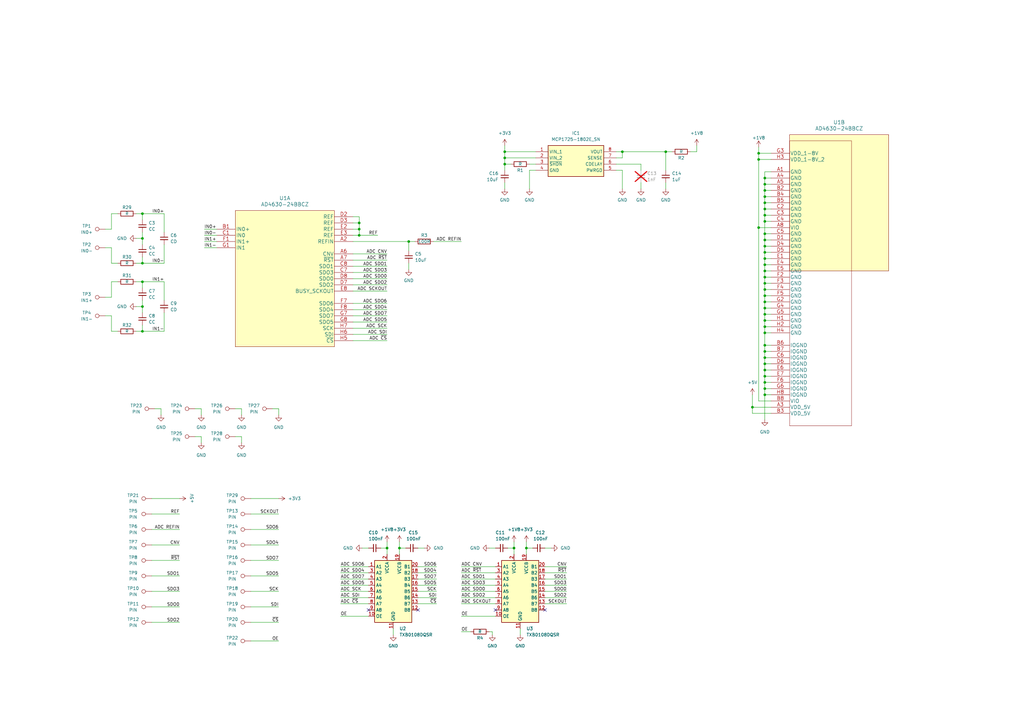
<source format=kicad_sch>
(kicad_sch (version 20231120) (generator "eeschema") (generator_version "8.0")
  (paper "A3")
  (junction (at 215.9 224.79))
  (junction (at 313.69 98.425))
  (junction (at 313.69 159.385))
  (junction (at 308.61 167.005))
  (junction (at 313.69 126.365))
  (junction (at 313.69 78.105))
  (junction (at 313.69 108.585))
  (junction (at 313.69 146.685))
  (junction (at 313.69 141.605))
  (junction (at 167.64 99.06))
  (junction (at 313.69 103.505))
  (junction (at 311.15 65.405))
  (junction (at 58.42 107.95))
  (junction (at 311.15 62.865))
  (junction (at 207.01 62.23))
  (junction (at 147.32 91.44))
  (junction (at 313.69 149.225))
  (junction (at 313.69 80.645))
  (junction (at 313.69 123.825))
  (junction (at 313.69 106.045))
  (junction (at 58.42 87.63))
  (junction (at 313.69 151.765))
  (junction (at 207.01 64.77))
  (junction (at 313.69 144.145))
  (junction (at 158.75 224.79))
  (junction (at 313.69 85.725))
  (junction (at 147.32 96.52))
  (junction (at 163.83 224.79))
  (junction (at 313.69 161.925))
  (junction (at 313.69 116.205))
  (junction (at 58.42 115.57))
  (junction (at 313.69 154.305))
  (junction (at 255.27 62.23))
  (junction (at 313.69 90.805))
  (junction (at 210.82 224.79))
  (junction (at 313.69 75.565))
  (junction (at 313.69 83.185))
  (junction (at 313.69 156.845))
  (junction (at 313.69 113.665))
  (junction (at 313.69 131.445))
  (junction (at 58.42 135.89))
  (junction (at 313.69 121.285))
  (junction (at 58.42 97.79))
  (junction (at 313.69 111.125))
  (junction (at 273.05 62.23))
  (junction (at 147.32 93.98))
  (junction (at 313.69 95.885))
  (junction (at 313.69 100.965))
  (junction (at 313.69 88.265))
  (junction (at 313.69 128.905))
  (junction (at 313.69 136.525))
  (junction (at 313.69 118.745))
  (junction (at 207.01 67.31))
  (junction (at 313.69 73.025))
  (junction (at 313.69 133.985))
  (junction (at 311.15 93.345))
  (junction (at 58.42 125.73))
  (no_connect (at 171.45 250.19))
  (no_connect (at 203.2 250.19))
  (no_connect (at 151.13 250.19))
  (no_connect (at 223.52 250.19))
  (wire (pts (xy 45.72 87.63) (xy 45.72 93.98)))
  (wire (pts (xy 43.18 129.54) (xy 45.72 129.54)))
  (wire (pts (xy 147.32 96.52) (xy 154.94 96.52)))
  (wire (pts (xy 45.72 115.57) (xy 45.72 121.92)))
  (wire (pts (xy 171.45 234.95) (xy 179.07 234.95)))
  (wire (pts (xy 147.32 93.98) (xy 147.32 96.52)))
  (wire (pts (xy 58.42 115.57) (xy 55.88 115.57)))
  (wire (pts (xy 67.31 95.25) (xy 67.31 87.63)))
  (wire (pts (xy 215.9 222.25) (xy 215.9 224.79)))
  (wire (pts (xy 80.01 167.64) (xy 82.55 167.64)))
  (wire (pts (xy 207.01 64.77) (xy 219.71 64.77)))
  (wire (pts (xy 313.69 141.605) (xy 316.23 141.605)))
  (wire (pts (xy 313.69 113.665) (xy 313.69 116.205)))
  (wire (pts (xy 83.82 101.6) (xy 88.9 101.6)))
  (wire (pts (xy 316.23 100.965) (xy 313.69 100.965)))
  (wire (pts (xy 223.52 242.57) (xy 232.41 242.57)))
  (wire (pts (xy 316.23 85.725) (xy 313.69 85.725)))
  (wire (pts (xy 189.23 259.08) (xy 193.04 259.08)))
  (wire (pts (xy 311.15 93.345) (xy 311.15 164.465)))
  (wire (pts (xy 210.82 224.79) (xy 210.82 227.33)))
  (wire (pts (xy 58.42 135.89) (xy 67.31 135.89)))
  (wire (pts (xy 313.69 159.385) (xy 313.69 156.845)))
  (wire (pts (xy 139.7 234.95) (xy 151.13 234.95)))
  (wire (pts (xy 58.42 123.19) (xy 58.42 125.73)))
  (wire (pts (xy 313.69 149.225) (xy 316.23 149.225)))
  (wire (pts (xy 158.75 224.79) (xy 158.75 227.33)))
  (wire (pts (xy 62.23 223.52) (xy 73.66 223.52)))
  (wire (pts (xy 316.23 131.445) (xy 313.69 131.445)))
  (wire (pts (xy 252.73 67.31) (xy 262.89 67.31)))
  (wire (pts (xy 102.87 229.87) (xy 114.3 229.87)))
  (wire (pts (xy 96.52 167.64) (xy 99.06 167.64)))
  (wire (pts (xy 316.23 111.125) (xy 313.69 111.125)))
  (wire (pts (xy 255.27 64.77) (xy 255.27 62.23)))
  (wire (pts (xy 201.93 259.08) (xy 201.93 260.35)))
  (wire (pts (xy 171.45 245.11) (xy 179.07 245.11)))
  (wire (pts (xy 217.17 67.31) (xy 219.71 67.31)))
  (wire (pts (xy 58.42 115.57) (xy 58.42 118.11)))
  (wire (pts (xy 82.55 167.64) (xy 82.55 170.18)))
  (wire (pts (xy 252.73 64.77) (xy 255.27 64.77)))
  (wire (pts (xy 313.69 73.025) (xy 313.69 75.565)))
  (wire (pts (xy 63.5 167.64) (xy 66.04 167.64)))
  (wire (pts (xy 144.78 91.44) (xy 147.32 91.44)))
  (wire (pts (xy 313.69 131.445) (xy 313.69 133.985)))
  (wire (pts (xy 313.69 98.425) (xy 313.69 100.965)))
  (wire (pts (xy 313.69 154.305) (xy 313.69 151.765)))
  (wire (pts (xy 83.82 99.06) (xy 88.9 99.06)))
  (wire (pts (xy 62.23 255.27) (xy 73.66 255.27)))
  (wire (pts (xy 313.69 103.505) (xy 313.69 106.045)))
  (wire (pts (xy 102.87 255.27) (xy 114.3 255.27)))
  (wire (pts (xy 316.23 98.425) (xy 313.69 98.425)))
  (wire (pts (xy 217.17 69.85) (xy 217.17 77.47)))
  (wire (pts (xy 223.52 245.11) (xy 232.41 245.11)))
  (wire (pts (xy 102.87 223.52) (xy 114.3 223.52)))
  (wire (pts (xy 139.7 245.11) (xy 151.13 245.11)))
  (wire (pts (xy 167.64 99.06) (xy 170.18 99.06)))
  (wire (pts (xy 45.72 129.54) (xy 45.72 135.89)))
  (wire (pts (xy 67.31 107.95) (xy 67.31 100.33)))
  (wire (pts (xy 171.45 237.49) (xy 179.07 237.49)))
  (wire (pts (xy 139.7 247.65) (xy 151.13 247.65)))
  (wire (pts (xy 66.04 167.64) (xy 66.04 170.18)))
  (wire (pts (xy 80.01 179.07) (xy 82.55 179.07)))
  (wire (pts (xy 102.87 262.89) (xy 114.3 262.89)))
  (wire (pts (xy 313.69 88.265) (xy 313.69 90.805)))
  (wire (pts (xy 316.23 93.345) (xy 311.15 93.345)))
  (wire (pts (xy 203.2 224.79) (xy 200.66 224.79)))
  (wire (pts (xy 144.78 129.54) (xy 158.75 129.54)))
  (wire (pts (xy 147.32 88.9) (xy 147.32 91.44)))
  (wire (pts (xy 144.78 134.62) (xy 158.75 134.62)))
  (wire (pts (xy 262.89 74.93) (xy 262.89 77.47)))
  (wire (pts (xy 308.61 167.005) (xy 316.23 167.005)))
  (wire (pts (xy 313.69 151.765) (xy 316.23 151.765)))
  (wire (pts (xy 102.87 242.57) (xy 114.3 242.57)))
  (wire (pts (xy 158.75 222.25) (xy 158.75 224.79)))
  (wire (pts (xy 313.69 78.105) (xy 313.69 80.645)))
  (wire (pts (xy 223.52 224.79) (xy 226.06 224.79)))
  (wire (pts (xy 316.23 95.885) (xy 313.69 95.885)))
  (wire (pts (xy 58.42 97.79) (xy 58.42 100.33)))
  (wire (pts (xy 67.31 87.63) (xy 58.42 87.63)))
  (wire (pts (xy 55.88 107.95) (xy 58.42 107.95)))
  (wire (pts (xy 43.18 101.6) (xy 45.72 101.6)))
  (wire (pts (xy 111.76 167.64) (xy 114.3 167.64)))
  (wire (pts (xy 102.87 204.47) (xy 114.3 204.47)))
  (wire (pts (xy 207.01 62.23) (xy 207.01 64.77)))
  (wire (pts (xy 313.69 144.145) (xy 313.69 141.605)))
  (wire (pts (xy 316.23 123.825) (xy 313.69 123.825)))
  (wire (pts (xy 210.82 222.25) (xy 210.82 224.79)))
  (wire (pts (xy 144.78 106.68) (xy 158.75 106.68)))
  (wire (pts (xy 139.7 252.73) (xy 151.13 252.73)))
  (wire (pts (xy 215.9 224.79) (xy 215.9 227.33)))
  (wire (pts (xy 58.42 87.63) (xy 55.88 87.63)))
  (wire (pts (xy 313.69 80.645) (xy 313.69 83.185)))
  (wire (pts (xy 144.78 93.98) (xy 147.32 93.98)))
  (wire (pts (xy 163.83 224.79) (xy 163.83 227.33)))
  (wire (pts (xy 308.61 161.925) (xy 308.61 167.005)))
  (wire (pts (xy 313.69 100.965) (xy 313.69 103.505)))
  (wire (pts (xy 96.52 179.07) (xy 99.06 179.07)))
  (wire (pts (xy 313.69 141.605) (xy 313.69 136.525)))
  (wire (pts (xy 215.9 224.79) (xy 218.44 224.79)))
  (wire (pts (xy 189.23 232.41) (xy 203.2 232.41)))
  (wire (pts (xy 144.78 119.38) (xy 158.75 119.38)))
  (wire (pts (xy 313.69 161.925) (xy 316.23 161.925)))
  (wire (pts (xy 189.23 252.73) (xy 203.2 252.73)))
  (wire (pts (xy 144.78 127) (xy 158.75 127)))
  (wire (pts (xy 139.7 242.57) (xy 151.13 242.57)))
  (wire (pts (xy 313.69 75.565) (xy 316.23 75.565)))
  (wire (pts (xy 313.69 85.725) (xy 313.69 88.265)))
  (wire (pts (xy 313.69 126.365) (xy 313.69 128.905)))
  (wire (pts (xy 83.82 93.98) (xy 88.9 93.98)))
  (wire (pts (xy 167.64 107.95) (xy 167.64 110.49)))
  (wire (pts (xy 313.69 106.045) (xy 313.69 108.585)))
  (wire (pts (xy 316.23 121.285) (xy 313.69 121.285)))
  (wire (pts (xy 144.78 116.84) (xy 158.75 116.84)))
  (wire (pts (xy 62.23 210.82) (xy 73.66 210.82)))
  (wire (pts (xy 316.23 116.205) (xy 313.69 116.205)))
  (wire (pts (xy 209.55 67.31) (xy 207.01 67.31)))
  (wire (pts (xy 313.69 123.825) (xy 313.69 126.365)))
  (wire (pts (xy 171.45 224.79) (xy 173.99 224.79)))
  (wire (pts (xy 313.69 75.565) (xy 313.69 78.105)))
  (wire (pts (xy 313.69 83.185) (xy 316.23 83.185)))
  (wire (pts (xy 207.01 59.69) (xy 207.01 62.23)))
  (wire (pts (xy 48.26 87.63) (xy 45.72 87.63)))
  (wire (pts (xy 62.23 248.92) (xy 73.66 248.92)))
  (wire (pts (xy 316.23 90.805) (xy 313.69 90.805)))
  (wire (pts (xy 55.88 125.73) (xy 58.42 125.73)))
  (wire (pts (xy 58.42 133.35) (xy 58.42 135.89)))
  (wire (pts (xy 311.15 65.405) (xy 311.15 62.865)))
  (wire (pts (xy 273.05 62.23) (xy 255.27 62.23)))
  (wire (pts (xy 313.69 133.985) (xy 313.69 136.525)))
  (wire (pts (xy 58.42 87.63) (xy 58.42 90.17)))
  (wire (pts (xy 62.23 236.22) (xy 73.66 236.22)))
  (wire (pts (xy 316.23 164.465) (xy 311.15 164.465)))
  (wire (pts (xy 102.87 210.82) (xy 114.3 210.82)))
  (wire (pts (xy 313.69 95.885) (xy 313.69 98.425)))
  (wire (pts (xy 217.17 69.85) (xy 219.71 69.85)))
  (wire (pts (xy 311.15 62.865) (xy 316.23 62.865)))
  (wire (pts (xy 144.78 132.08) (xy 158.75 132.08)))
  (wire (pts (xy 273.05 62.23) (xy 275.59 62.23)))
  (wire (pts (xy 189.23 242.57) (xy 203.2 242.57)))
  (wire (pts (xy 144.78 124.46) (xy 158.75 124.46)))
  (wire (pts (xy 67.31 123.19) (xy 67.31 115.57)))
  (wire (pts (xy 45.72 121.92) (xy 43.18 121.92)))
  (wire (pts (xy 62.23 242.57) (xy 73.66 242.57)))
  (wire (pts (xy 83.82 96.52) (xy 88.9 96.52)))
  (wire (pts (xy 273.05 74.93) (xy 273.05 77.47)))
  (wire (pts (xy 189.23 245.11) (xy 203.2 245.11)))
  (wire (pts (xy 45.72 93.98) (xy 43.18 93.98)))
  (wire (pts (xy 223.52 234.95) (xy 232.41 234.95)))
  (wire (pts (xy 189.23 234.95) (xy 203.2 234.95)))
  (wire (pts (xy 313.69 156.845) (xy 313.69 154.305)))
  (wire (pts (xy 189.23 99.06) (xy 177.8 99.06)))
  (wire (pts (xy 62.23 217.17) (xy 73.66 217.17)))
  (wire (pts (xy 313.69 151.765) (xy 313.69 149.225)))
  (wire (pts (xy 62.23 204.47) (xy 73.66 204.47)))
  (wire (pts (xy 316.23 106.045) (xy 313.69 106.045)))
  (wire (pts (xy 144.78 111.76) (xy 158.75 111.76)))
  (wire (pts (xy 313.69 121.285) (xy 313.69 123.825)))
  (wire (pts (xy 285.75 62.23) (xy 283.21 62.23)))
  (wire (pts (xy 207.01 67.31) (xy 207.01 69.85)))
  (wire (pts (xy 255.27 69.85) (xy 255.27 77.47)))
  (wire (pts (xy 144.78 104.14) (xy 158.75 104.14)))
  (wire (pts (xy 82.55 179.07) (xy 82.55 181.61)))
  (wire (pts (xy 316.23 65.405) (xy 311.15 65.405)))
  (wire (pts (xy 55.88 135.89) (xy 58.42 135.89)))
  (wire (pts (xy 67.31 115.57) (xy 58.42 115.57)))
  (wire (pts (xy 62.23 229.87) (xy 73.66 229.87)))
  (wire (pts (xy 200.66 259.08) (xy 201.93 259.08)))
  (wire (pts (xy 171.45 232.41) (xy 179.07 232.41)))
  (wire (pts (xy 223.52 237.49) (xy 232.41 237.49)))
  (wire (pts (xy 99.06 179.07) (xy 99.06 181.61)))
  (wire (pts (xy 139.7 232.41) (xy 151.13 232.41)))
  (wire (pts (xy 273.05 62.23) (xy 273.05 69.85)))
  (wire (pts (xy 147.32 96.52) (xy 144.78 96.52)))
  (wire (pts (xy 316.23 133.985) (xy 313.69 133.985)))
  (wire (pts (xy 316.23 118.745) (xy 313.69 118.745)))
  (wire (pts (xy 58.42 107.95) (xy 67.31 107.95)))
  (wire (pts (xy 144.78 139.7) (xy 158.75 139.7)))
  (wire (pts (xy 144.78 137.16) (xy 158.75 137.16)))
  (wire (pts (xy 313.69 128.905) (xy 313.69 131.445)))
  (wire (pts (xy 311.15 65.405) (xy 311.15 93.345)))
  (wire (pts (xy 144.78 99.06) (xy 167.64 99.06)))
  (wire (pts (xy 114.3 167.64) (xy 114.3 170.18)))
  (wire (pts (xy 316.23 108.585) (xy 313.69 108.585)))
  (wire (pts (xy 316.23 113.665) (xy 313.69 113.665)))
  (wire (pts (xy 313.69 70.485) (xy 313.69 73.025)))
  (wire (pts (xy 316.23 126.365) (xy 313.69 126.365)))
  (wire (pts (xy 151.13 224.79) (xy 148.59 224.79)))
  (wire (pts (xy 313.69 116.205) (xy 313.69 118.745)))
  (wire (pts (xy 144.78 114.3) (xy 158.75 114.3)))
  (wire (pts (xy 313.69 156.845) (xy 316.23 156.845)))
  (wire (pts (xy 313.69 108.585) (xy 313.69 111.125)))
  (wire (pts (xy 313.69 161.925) (xy 313.69 159.385)))
  (wire (pts (xy 313.69 80.645) (xy 316.23 80.645)))
  (wire (pts (xy 313.69 146.685) (xy 313.69 144.145)))
  (wire (pts (xy 167.64 99.06) (xy 167.64 102.87)))
  (wire (pts (xy 316.23 103.505) (xy 313.69 103.505)))
  (wire (pts (xy 45.72 101.6) (xy 45.72 107.95)))
  (wire (pts (xy 313.69 159.385) (xy 316.23 159.385)))
  (wire (pts (xy 189.23 237.49) (xy 203.2 237.49)))
  (wire (pts (xy 313.69 136.525) (xy 316.23 136.525)))
  (wire (pts (xy 67.31 135.89) (xy 67.31 128.27)))
  (wire (pts (xy 223.52 232.41) (xy 232.41 232.41)))
  (wire (pts (xy 210.82 224.79) (xy 208.28 224.79)))
  (wire (pts (xy 255.27 62.23) (xy 252.73 62.23)))
  (wire (pts (xy 161.29 257.81) (xy 161.29 260.35)))
  (wire (pts (xy 316.23 128.905) (xy 313.69 128.905)))
  (wire (pts (xy 58.42 105.41) (xy 58.42 107.95)))
  (wire (pts (xy 189.23 247.65) (xy 203.2 247.65)))
  (wire (pts (xy 313.69 146.685) (xy 316.23 146.685)))
  (wire (pts (xy 139.7 240.03) (xy 151.13 240.03)))
  (wire (pts (xy 163.83 222.25) (xy 163.83 224.79)))
  (wire (pts (xy 313.69 154.305) (xy 316.23 154.305)))
  (wire (pts (xy 58.42 125.73) (xy 58.42 128.27)))
  (wire (pts (xy 313.69 172.085) (xy 313.69 161.925)))
  (wire (pts (xy 207.01 67.31) (xy 207.01 64.77)))
  (wire (pts (xy 313.69 118.745) (xy 313.69 121.285)))
  (wire (pts (xy 313.69 73.025) (xy 316.23 73.025)))
  (wire (pts (xy 262.89 67.31) (xy 262.89 69.85)))
  (wire (pts (xy 255.27 69.85) (xy 252.73 69.85)))
  (wire (pts (xy 171.45 240.03) (xy 179.07 240.03)))
  (wire (pts (xy 139.7 237.49) (xy 151.13 237.49)))
  (wire (pts (xy 189.23 240.03) (xy 203.2 240.03)))
  (wire (pts (xy 55.88 97.79) (xy 58.42 97.79)))
  (wire (pts (xy 313.69 78.105) (xy 316.23 78.105)))
  (wire (pts (xy 45.72 107.95) (xy 48.26 107.95)))
  (wire (pts (xy 144.78 88.9) (xy 147.32 88.9)))
  (wire (pts (xy 171.45 242.57) (xy 179.07 242.57)))
  (wire (pts (xy 313.69 144.145) (xy 316.23 144.145)))
  (wire (pts (xy 219.71 62.23) (xy 207.01 62.23)))
  (wire (pts (xy 163.83 224.79) (xy 166.37 224.79)))
  (wire (pts (xy 45.72 135.89) (xy 48.26 135.89)))
  (wire (pts (xy 102.87 248.92) (xy 114.3 248.92)))
  (wire (pts (xy 99.06 167.64) (xy 99.06 170.18)))
  (wire (pts (xy 223.52 240.03) (xy 232.41 240.03)))
  (wire (pts (xy 285.75 59.69) (xy 285.75 62.23)))
  (wire (pts (xy 313.69 149.225) (xy 313.69 146.685)))
  (wire (pts (xy 313.69 111.125) (xy 313.69 113.665)))
  (wire (pts (xy 311.15 60.325) (xy 311.15 62.865)))
  (wire (pts (xy 147.32 91.44) (xy 147.32 93.98)))
  (wire (pts (xy 316.23 88.265) (xy 313.69 88.265)))
  (wire (pts (xy 102.87 217.17) (xy 114.3 217.17)))
  (wire (pts (xy 313.69 83.185) (xy 313.69 85.725)))
  (wire (pts (xy 313.69 90.805) (xy 313.69 95.885)))
  (wire (pts (xy 223.52 247.65) (xy 232.41 247.65)))
  (wire (pts (xy 171.45 247.65) (xy 179.07 247.65)))
  (wire (pts (xy 207.01 74.93) (xy 207.01 77.47)))
  (wire (pts (xy 308.61 169.545) (xy 308.61 167.005)))
  (wire (pts (xy 144.78 109.22) (xy 158.75 109.22)))
  (wire (pts (xy 58.42 95.25) (xy 58.42 97.79)))
  (wire (pts (xy 158.75 224.79) (xy 156.21 224.79)))
  (wire (pts (xy 316.23 169.545) (xy 308.61 169.545)))
  (wire (pts (xy 213.36 257.81) (xy 213.36 260.35)))
  (wire (pts (xy 102.87 236.22) (xy 114.3 236.22)))
  (wire (pts (xy 48.26 115.57) (xy 45.72 115.57)))
  (wire (pts (xy 316.23 70.485) (xy 313.69 70.485)))
  (label "SDO5" (at 179.07 240.03 180))
  (label "ADC SDO0" (at 158.75 114.3 180))
  (label "IN1+" (at 67.31 115.57 180))
  (label "ADC REFIN" (at 73.66 217.17 180))
  (label "ADC SDO6" (at 139.7 232.41 0))
  (label "ADC SDI" (at 158.75 137.16 180))
  (label "OE" (at 189.23 259.08 0))
  (label "OE" (at 139.7 252.73 0))
  (label "IN1-" (at 67.31 135.89 180))
  (label "CNV" (at 232.41 232.41 180))
  (label "ADC SDO0" (at 189.23 242.57 0))
  (label "ADC SDO4" (at 139.7 234.95 0))
  (label "ADC SDO7" (at 158.75 129.54 180))
  (label "ADC SDI" (at 139.7 245.11 0))
  (label "ADC SDO5" (at 158.75 132.08 180))
  (label "ADC ~{RST}" (at 158.75 106.68 180))
  (label "SDO0" (at 73.66 248.92 180))
  (label "SDO7" (at 179.07 237.49 180))
  (label "CNV" (at 73.66 223.52 180))
  (label "IN0-" (at 83.82 96.52 0))
  (label "ADC SDO5" (at 139.7 240.03 0))
  (label "ADC SDO7" (at 139.7 237.49 0))
  (label "OE" (at 189.23 252.73 0))
  (label "SDO6" (at 179.07 232.41 180))
  (label "SDO4" (at 114.3 223.52 180))
  (label "SCKOUT" (at 114.3 210.82 180))
  (label "IN0-" (at 67.31 107.95 180))
  (label "IN1-" (at 83.82 101.6 0))
  (label "ADC SDO2" (at 158.75 116.84 180))
  (label "SCKOUT" (at 232.41 247.65 180))
  (label "ADC SDO2" (at 189.23 245.11 0))
  (label "REF" (at 154.94 96.52 180))
  (label "ADC ~{CS}" (at 139.7 247.65 0))
  (label "SDO5" (at 114.3 236.22 180))
  (label "SDO6" (at 114.3 217.17 180))
  (label "ADC SDO6" (at 158.75 124.46 180))
  (label "ADC CNV" (at 189.23 232.41 0))
  (label "IN1+" (at 83.82 99.06 0))
  (label "SDI" (at 114.3 248.92 180))
  (label "~{RST}" (at 232.41 234.95 180))
  (label "SDO1" (at 73.66 236.22 180))
  (label "OE" (at 114.3 262.89 180))
  (label "ADC SCKOUT" (at 189.23 247.65 0))
  (label "ADC SCK" (at 158.75 134.62 180))
  (label "~{RST}" (at 73.66 229.87 180))
  (label "SDO3" (at 232.41 240.03 180))
  (label "ADC CNV" (at 158.75 104.14 180))
  (label "SDO3" (at 73.66 242.57 180))
  (label "ADC SCK" (at 139.7 242.57 0))
  (label "SCK" (at 179.07 242.57 180))
  (label "~{CS}" (at 114.3 255.27 180))
  (label "ADC SDO3" (at 158.75 111.76 180))
  (label "ADC SDO1" (at 158.75 109.22 180))
  (label "SDO1" (at 232.41 237.49 180))
  (label "IN0+" (at 67.31 87.63 180))
  (label "ADC SDO3" (at 189.23 240.03 0))
  (label "REF" (at 73.66 210.82 180))
  (label "SDO2" (at 232.41 245.11 180))
  (label "ADC SCKOUT" (at 158.75 119.38 180))
  (label "ADC ~{CS}" (at 158.75 139.7 180))
  (label "~{CS}" (at 179.07 247.65 180))
  (label "SDI" (at 179.07 245.11 180))
  (label "SDO2" (at 73.66 255.27 180))
  (label "ADC SDO1" (at 189.23 237.49 0))
  (label "ADC SDO4" (at 158.75 127 180))
  (label "ADC REFIN" (at 189.23 99.06 180))
  (label "ADC ~{RST}" (at 189.23 234.95 0))
  (label "IN0+" (at 83.82 93.98 0))
  (label "SDO4" (at 179.07 234.95 180))
  (label "SDO7" (at 114.3 229.87 180))
  (label "SDO0" (at 232.41 242.57 180))
  (label "SCK" (at 114.3 242.57 180))
  (symbol (lib_id "power:GND") (at 167.64 110.49 0) (unit 1)
    (property "Reference" "#PWR013" (effects (hide yes)))
    (property "Value" "GND" (at 167.64 115.0525 0))
  )
  (symbol (lib_id "Connector:TestPoint") (at 62.23 210.82 90) (unit 1)
    (property "Reference" "TP5" (at 54.61 209.55 90))
    (property "Value" "PIN" (at 54.61 212.09 90))
    (property "Footprint" "TestPoint:TestPoint_Pad_2.0x2.0mm" (effects (hide yes)))
  )
  (symbol (lib_id "Connector:TestPoint") (at 43.18 129.54 90) (unit 1)
    (property "Reference" "TP4" (at 35.56 128.27 90))
    (property "Value" "IN1-" (at 35.56 130.81 90))
    (property "Footprint" "TestPoint:TestPoint_Pad_2.0x2.0mm" (effects (hide yes)))
  )
  (symbol (lib_id "Connector:TestPoint") (at 111.76 167.64 90) (unit 1)
    (property "Reference" "TP27" (at 104.14 166.37 90))
    (property "Value" "PIN" (at 104.14 168.91 90))
    (property "Footprint" "TestPoint:TestPoint_Pad_2.0x2.0mm" (effects (hide yes)))
  )
  (symbol (lib_id "power:+5V") (at 73.66 204.47 270) (unit 1)
    (property "Reference" "#PWR01" (effects (hide yes)))
    (property "Value" "+5V" (at 78.74 204.47 0))
  )
  (symbol (lib_id "Device:C_Small") (at 205.74 224.79 270) (mirror x) (unit 1)
    (property "Reference" "C11" (at 203.2 218.44 90) (effects (justify left)))
    (property "Value" "100nF" (at 203.2 220.98 90) (effects (justify left)))
    (property "Footprint" "Resistor_SMD:R_0603_1608Metric_Pad0.98x0.95mm_HandSolder" (effects (hide yes)))
  )
  (symbol (lib_id "Device:R") (at 279.4 62.23 90) (unit 1)
    (property "Reference" "R2" (at 279.4 64.77 90))
    (property "Value" "R" (at 279.4 62.23 90))
    (property "Footprint" "Resistor_SMD:R_0603_1608Metric_Pad0.98x0.95mm_HandSolder" (effects (hide yes)))
  )
  (symbol (lib_id "Device:C_Small") (at 168.91 224.79 90) (unit 1)
    (property "Reference" "C15" (at 171.45 218.44 90) (effects (justify left)))
    (property "Value" "100nF" (at 172.72 220.98 90) (effects (justify left)))
    (property "Footprint" "Resistor_SMD:R_0603_1608Metric_Pad0.98x0.95mm_HandSolder" (effects (hide yes)))
  )
  (symbol (lib_id "power:GND") (at 262.89 77.47 0) (unit 1)
    (property "Reference" "#PWR020" (effects (hide yes)))
    (property "Value" "GND" (at 262.89 82.0325 0))
  )
  (symbol (lib_id "power:GND") (at 217.17 77.47 0) (unit 1)
    (property "Reference" "#PWR018" (effects (hide yes)))
    (property "Value" "GND" (at 217.17 82.0325 0))
  )
  (symbol (lib_id "Device:C_Small") (at 58.42 130.81 0) (unit 1)
    (property "Reference" "C8" (at 60.96 129.54 0) (effects (justify left)))
    (property "Value" "CC" (at 60.96 132.08 0) (effects (justify left)))
    (property "Footprint" "Resistor_SMD:R_0603_1608Metric_Pad0.98x0.95mm_HandSolder" (effects (hide yes)))
  )
  (symbol (lib_id "Connector:TestPoint") (at 96.52 179.07 90) (unit 1)
    (property "Reference" "TP28" (at 88.9 177.8 90))
    (property "Value" "PIN" (at 88.9 180.34 90))
    (property "Footprint" "TestPoint:TestPoint_Pad_2.0x2.0mm" (effects (hide yes)))
  )
  (symbol (lib_id "Connector:TestPoint") (at 102.87 217.17 90) (unit 1)
    (property "Reference" "TP14" (at 95.25 215.9 90))
    (property "Value" "PIN" (at 95.25 218.44 90))
    (property "Footprint" "TestPoint:TestPoint_Pad_2.0x2.0mm" (effects (hide yes)))
  )
  (symbol (lib_id "Device:C_Small") (at 167.64 105.41 0) (unit 1)
    (property "Reference" "C5" (at 170.18 104.14 0) (effects (justify left)))
    (property "Value" "10uF" (at 170.18 106.68 0) (effects (justify left)))
    (property "Footprint" "Capacitor_SMD:C_1812_4532Metric_Pad1.57x3.40mm_HandSolder" (effects (hide yes)))
  )
  (symbol (lib_id "Device:R") (at 213.36 67.31 90) (unit 1)
    (property "Reference" "R1" (at 213.36 69.85 90))
    (property "Value" "R" (at 213.36 67.31 90))
    (property "Footprint" "Resistor_SMD:R_0603_1608Metric_Pad0.98x0.95mm_HandSolder" (effects (hide yes)))
  )
  (symbol (lib_id "Connector:TestPoint") (at 62.23 223.52 90) (unit 1)
    (property "Reference" "TP7" (at 54.61 222.25 90))
    (property "Value" "PIN" (at 54.61 224.79 90))
    (property "Footprint" "TestPoint:TestPoint_Pad_2.0x2.0mm" (effects (hide yes)))
  )
  (symbol (lib_id "power:+3V3") (at 215.9 222.25 0) (unit 1)
    (property "Reference" "#PWR015" (effects (hide yes)))
    (property "Value" "+3V3" (at 215.9 217.17 0))
  )
  (symbol (lib_id "Device:C_Small") (at 58.42 120.65 0) (unit 1)
    (property "Reference" "C7" (at 60.96 119.38 0) (effects (justify left)))
    (property "Value" "CC" (at 60.96 121.92 0) (effects (justify left)))
    (property "Footprint" "Resistor_SMD:R_0603_1608Metric_Pad0.98x0.95mm_HandSolder" (effects (hide yes)))
  )
  (symbol (lib_id "Device:R") (at 52.07 135.89 90) (unit 1)
    (property "Reference" "R32" (at 52.07 133.35 90))
    (property "Value" "R" (at 52.07 135.89 90))
    (property "Footprint" "Resistor_SMD:R_0603_1608Metric_Pad0.98x0.95mm_HandSolder" (effects (hide yes)))
  )
  (symbol (lib_name "GND_1") (lib_id "power:GND") (at 82.55 170.18 0) (unit 1)
    (property "Reference" "#PWR04" (effects (hide yes)))
    (property "Value" "GND" (at 82.55 175.26 0))
  )
  (symbol (lib_id "power:+3V3") (at 207.01 59.69 0) (unit 1)
    (property "Reference" "#PWR023" (effects (hide yes)))
    (property "Value" "+3V3" (at 207.01 54.61 0))
  )
  (symbol (lib_id "Connector:TestPoint") (at 102.87 229.87 90) (unit 1)
    (property "Reference" "TP16" (at 95.25 228.6 90))
    (property "Value" "PIN" (at 95.25 231.14 90))
    (property "Footprint" "TestPoint:TestPoint_Pad_2.0x2.0mm" (effects (hide yes)))
  )
  (symbol (lib_id "power:+5V") (at 308.61 161.925 0) (unit 1)
    (property "Reference" "#PWR0102" (effects (hide yes)))
    (property "Value" "+5V" (at 308.61 156.845 0))
  )
  (symbol (lib_id "power:GND") (at 207.01 77.47 0) (mirror y) (unit 1)
    (property "Reference" "#PWR022" (effects (hide yes)))
    (property "Value" "GND" (at 207.01 82.0325 0))
  )
  (symbol (lib_id "Device:R") (at 52.07 87.63 90) (unit 1)
    (property "Reference" "R29" (at 52.07 85.09 90))
    (property "Value" "R" (at 52.07 87.63 90))
    (property "Footprint" "Resistor_SMD:R_0603_1608Metric_Pad0.98x0.95mm_HandSolder" (effects (hide yes)))
  )
  (symbol (lib_id "Connector:TestPoint") (at 62.23 242.57 90) (unit 1)
    (property "Reference" "TP10" (at 54.61 241.3 90))
    (property "Value" "PIN" (at 54.61 243.84 90))
    (property "Footprint" "TestPoint:TestPoint_Pad_2.0x2.0mm" (effects (hide yes)))
  )
  (symbol (lib_id "Device:R") (at 52.07 107.95 90) (unit 1)
    (property "Reference" "R30" (at 52.07 105.41 90))
    (property "Value" "R" (at 52.07 107.95 90))
    (property "Footprint" "Resistor_SMD:R_0603_1608Metric_Pad0.98x0.95mm_HandSolder" (effects (hide yes)))
  )
  (symbol (lib_id "Connector:TestPoint") (at 43.18 101.6 90) (unit 1)
    (property "Reference" "TP2" (at 35.56 100.33 90))
    (property "Value" "IN0-" (at 35.56 102.87 90))
    (property "Footprint" "TestPoint:TestPoint_Pad_2.0x2.0mm" (effects (hide yes)))
  )
  (symbol (lib_name "GND_1") (lib_id "power:GND") (at 114.3 170.18 0) (unit 1)
    (property "Reference" "#PWR027" (effects (hide yes)))
    (property "Value" "GND" (at 114.3 175.26 0))
  )
  (symbol (lib_id "Connector:TestPoint") (at 62.23 217.17 90) (unit 1)
    (property "Reference" "TP6" (at 54.61 215.9 90))
    (property "Value" "PIN" (at 54.61 218.44 90))
    (property "Footprint" "TestPoint:TestPoint_Pad_2.0x2.0mm" (effects (hide yes)))
  )
  (symbol (lib_id "Device:C_Small") (at 273.05 72.39 0) (unit 1)
    (property "Reference" "C14" (at 275.59 71.12 0) (effects (justify left)))
    (property "Value" "1uF" (at 275.59 73.66 0) (effects (justify left)))
    (property "Footprint" "Resistor_SMD:R_0603_1608Metric_Pad0.98x0.95mm_HandSolder" (effects (hide yes)))
  )
  (symbol (lib_id "Connector:TestPoint") (at 62.23 236.22 90) (unit 1)
    (property "Reference" "TP9" (at 54.61 234.95 90))
    (property "Value" "PIN" (at 54.61 237.49 90))
    (property "Footprint" "TestPoint:TestPoint_Pad_2.0x2.0mm" (effects (hide yes)))
  )
  (symbol (lib_id "Device:C_Small") (at 67.31 97.79 0) (unit 1)
    (property "Reference" "C6" (at 69.85 96.52 0) (effects (justify left)))
    (property "Value" "CD" (at 69.85 99.06 0) (effects (justify left)))
    (property "Footprint" "Resistor_SMD:R_0603_1608Metric_Pad0.98x0.95mm_HandSolder" (effects (hide yes)))
  )
  (symbol (lib_id "power:GND") (at 173.99 224.79 90) (unit 1)
    (property "Reference" "#PWR011" (effects (hide yes)))
    (property "Value" "GND" (at 177.8 224.79 90) (effects (justify right)))
  )
  (symbol (lib_id "Connector:TestPoint") (at 102.87 242.57 90) (unit 1)
    (property "Reference" "TP18" (at 95.25 241.3 90))
    (property "Value" "PIN" (at 95.25 243.84 90))
    (property "Footprint" "TestPoint:TestPoint_Pad_2.0x2.0mm" (effects (hide yes)))
  )
  (symbol (lib_id "power:GND") (at 273.05 77.47 0) (unit 1)
    (property "Reference" "#PWR019" (effects (hide yes)))
    (property "Value" "GND" (at 273.05 82.0325 0))
  )
  (symbol (lib_id "Device:C_Small") (at 67.31 125.73 0) (unit 1)
    (property "Reference" "C9" (at 69.85 124.46 0) (effects (justify left)))
    (property "Value" "CD" (at 69.85 127 0) (effects (justify left)))
    (property "Footprint" "Resistor_SMD:R_0603_1608Metric_Pad0.98x0.95mm_HandSolder" (effects (hide yes)))
  )
  (symbol (lib_id "Connector:TestPoint") (at 102.87 262.89 90) (unit 1)
    (property "Reference" "TP22" (at 95.25 261.62 90))
    (property "Value" "PIN" (at 95.25 264.16 90))
    (property "Footprint" "TestPoint:TestPoint_Pad_2.0x2.0mm" (effects (hide yes)))
  )
  (symbol (lib_id "power:+1V8") (at 311.15 60.325 0) (unit 1)
    (property "Reference" "#PWR0101" (effects (hide yes)))
    (property "Value" "+1V8" (at 311.15 56.515 0))
  )
  (symbol (lib_id "Connector:TestPoint") (at 102.87 210.82 90) (unit 1)
    (property "Reference" "TP13" (at 95.25 209.55 90))
    (property "Value" "PIN" (at 95.25 212.09 90))
    (property "Footprint" "TestPoint:TestPoint_Pad_2.0x2.0mm" (effects (hide yes)))
  )
  (symbol (lib_id "Logic_LevelTranslator:TXB0108DQSR") (at 213.36 242.57 0) (unit 1)
    (property "Reference" "U3" (at 215.9 257.81 0) (effects (justify left)))
    (property "Value" "TXB0108DQSR" (at 215.9 260.35 0) (effects (justify left)))
    (property "Footprint" "TXB0108PWR:SOP65P640X120-20N" (effects (hide yes)))
    (property "Datasheet" "http://www.ti.com/lit/ds/symlink/txb0108.pdf" (effects (hide yes)))
  )
  (symbol (lib_id "Logic_LevelTranslator:TXB0108DQSR") (at 161.29 242.57 0) (unit 1)
    (property "Reference" "U2" (at 163.83 257.81 0) (effects (justify left)))
    (property "Value" "TXB0108DQSR" (at 163.83 260.35 0) (effects (justify left)))
    (property "Footprint" "TXB0108PWR:SOP65P640X120-20N" (effects (hide yes)))
    (property "Datasheet" "http://www.ti.com/lit/ds/symlink/txb0108.pdf" (effects (hide yes)))
  )
  (symbol (lib_id "power:GND") (at 148.59 224.79 270) (mirror x) (unit 1)
    (property "Reference" "#PWR09" (effects (hide yes)))
    (property "Value" "GND" (at 144.78 224.79 90) (effects (justify right)))
  )
  (symbol (lib_id "Connector:TestPoint") (at 62.23 255.27 90) (unit 1)
    (property "Reference" "TP12" (at 54.61 254 90))
    (property "Value" "PIN" (at 54.61 256.54 90))
    (property "Footprint" "TestPoint:TestPoint_Pad_2.0x2.0mm" (effects (hide yes)))
  )
  (symbol (lib_id "power:GND") (at 200.66 224.79 270) (mirror x) (unit 1)
    (property "Reference" "#PWR010" (effects (hide yes)))
    (property "Value" "GND" (at 196.85 224.79 90) (effects (justify right)))
  )
  (symbol (lib_id "power:GND") (at 201.93 260.35 0) (unit 1)
    (property "Reference" "#PWR02" (effects (hide yes)))
    (property "Value" "GND" (at 201.93 264.9125 0))
  )
  (symbol (lib_id "Connector:TestPoint") (at 80.01 179.07 90) (unit 1)
    (property "Reference" "TP25" (at 72.39 177.8 90))
    (property "Value" "PIN" (at 72.39 180.34 90))
    (property "Footprint" "TestPoint:TestPoint_Pad_2.0x2.0mm" (effects (hide yes)))
  )
  (symbol (lib_id "Connector:TestPoint") (at 63.5 167.64 90) (unit 1)
    (property "Reference" "TP23" (at 55.88 166.37 90))
    (property "Value" "PIN" (at 55.88 168.91 90))
    (property "Footprint" "TestPoint:TestPoint_Pad_2.0x2.0mm" (effects (hide yes)))
  )
  (symbol (lib_id "Device:C_Small") (at 207.01 72.39 0) (mirror y) (unit 1)
    (property "Reference" "C16" (at 204.47 71.12 0) (effects (justify left)))
    (property "Value" "10uF" (at 204.47 73.66 0) (effects (justify left)))
    (property "Footprint" "Resistor_SMD:R_1206_3216Metric_Pad1.30x1.75mm_HandSolder" (effects (hide yes)))
  )
  (symbol (lib_name "AD4630-24BBCZ_1") (lib_id "2022-11-05_15-10-10:AD4630-24BBCZ") (at 88.9 93.98 0) (unit 1)
    (property "Reference" "U1" (at 116.84 81.28 0) (effects (font (size 1.524 1.524))))
    (property "Value" "AD4630-24BBCZ" (at 116.84 83.82 0) (effects (font (size 1.524 1.524))))
    (property "Footprint" "AD4630:AD4630-24BBCZ" (effects (hide yes)))
  )
  (symbol (lib_id "Connector:TestPoint") (at 102.87 248.92 90) (unit 1)
    (property "Reference" "TP19" (at 95.25 247.65 90))
    (property "Value" "PIN" (at 95.25 250.19 90))
    (property "Footprint" "TestPoint:TestPoint_Pad_2.0x2.0mm" (effects (hide yes)))
  )
  (symbol (lib_id "Device:C_Small") (at 220.98 224.79 90) (unit 1)
    (property "Reference" "C12" (at 223.52 218.44 90) (effects (justify left)))
    (property "Value" "100nF" (at 224.79 220.98 90) (effects (justify left)))
    (property "Footprint" "Resistor_SMD:R_0603_1608Metric_Pad0.98x0.95mm_HandSolder" (effects (hide yes)))
  )
  (symbol (lib_id "power:GND") (at 313.69 172.085 0) (unit 1)
    (property "Reference" "#PWR0103" (effects (hide yes)))
    (property "Value" "GND" (at 313.69 177.165 0))
  )
  (symbol (lib_id "power:GND") (at 213.36 260.35 0) (unit 1)
    (property "Reference" "#PWR017" (effects (hide yes)))
    (property "Value" "GND" (at 213.36 264.9125 0))
  )
  (symbol (lib_id "Connector:TestPoint") (at 80.01 167.64 90) (unit 1)
    (property "Reference" "TP24" (at 72.39 166.37 90))
    (property "Value" "PIN" (at 72.39 168.91 90))
    (property "Footprint" "TestPoint:TestPoint_Pad_2.0x2.0mm" (effects (hide yes)))
  )
  (symbol (lib_id "Connector:TestPoint") (at 62.23 248.92 90) (unit 1)
    (property "Reference" "TP11" (at 54.61 247.65 90))
    (property "Value" "PIN" (at 54.61 250.19 90))
    (property "Footprint" "TestPoint:TestPoint_Pad_2.0x2.0mm" (effects (hide yes)))
  )
  (symbol (lib_id "Connector:TestPoint") (at 102.87 255.27 90) (unit 1)
    (property "Reference" "TP20" (at 95.25 254 90))
    (property "Value" "PIN" (at 95.25 256.54 90))
    (property "Footprint" "TestPoint:TestPoint_Pad_2.0x2.0mm" (effects (hide yes)))
  )
  (symbol (lib_id "power:GND") (at 161.29 260.35 0) (unit 1)
    (property "Reference" "#PWR06" (effects (hide yes)))
    (property "Value" "GND" (at 161.29 264.9125 0))
  )
  (symbol (lib_id "Device:C_Small") (at 262.89 72.39 0) (unit 1) (dnp yes)
    (property "Reference" "C13" (at 265.43 71.12 0) (effects (justify left)))
    (property "Value" "1nF" (at 265.43 73.66 0) (effects (justify left)))
    (property "Footprint" "Resistor_SMD:R_0603_1608Metric_Pad0.98x0.95mm_HandSolder" (effects (hide yes)))
  )
  (symbol (lib_id "power:GND") (at 255.27 77.47 0) (unit 1)
    (property "Reference" "#PWR021" (effects (hide yes)))
    (property "Value" "GND" (at 255.27 82.0325 0))
  )
  (symbol (lib_id "power:+3V3") (at 163.83 222.25 0) (unit 1)
    (property "Reference" "#PWR05" (effects (hide yes)))
    (property "Value" "+3V3" (at 163.83 217.17 0))
  )
  (symbol (lib_id "Connector:TestPoint") (at 62.23 229.87 90) (unit 1)
    (property "Reference" "TP8" (at 54.61 228.6 90))
    (property "Value" "PIN" (at 54.61 231.14 90))
    (property "Footprint" "TestPoint:TestPoint_Pad_2.0x2.0mm" (effects (hide yes)))
  )
  (symbol (lib_id "Device:C_Small") (at 58.42 102.87 0) (unit 1)
    (property "Reference" "C4" (at 60.96 101.6 0) (effects (justify left)))
    (property "Value" "CC" (at 60.96 104.14 0) (effects (justify left)))
    (property "Footprint" "Resistor_SMD:R_0603_1608Metric_Pad0.98x0.95mm_HandSolder" (effects (hide yes)))
  )
  (symbol (lib_id "Connector:TestPoint") (at 43.18 121.92 90) (unit 1)
    (property "Reference" "TP3" (at 35.56 120.65 90))
    (property "Value" "IN1+" (at 35.56 123.19 90))
    (property "Footprint" "TestPoint:TestPoint_Pad_2.0x2.0mm" (effects (hide yes)))
  )
  (symbol (lib_name "+1V8_1") (lib_id "power:+1V8") (at 210.82 222.25 0) (unit 1)
    (property "Reference" "#PWR014" (effects (hide yes)))
    (property "Value" "+1V8" (at 210.82 217.17 0))
  )
  (symbol (lib_id "Connector:TestPoint") (at 102.87 204.47 90) (unit 1)
    (property "Reference" "TP29" (at 95.25 203.2 90))
    (property "Value" "PIN" (at 95.25 205.74 90))
    (property "Footprint" "TestPoint:TestPoint_Pad_2.0x2.0mm" (effects (hide yes)))
  )
  (symbol (lib_id "Device:R") (at 173.99 99.06 90) (mirror x) (unit 1)
    (property "Reference" "R3" (at 173.99 96.52 90))
    (property "Value" "100R" (at 173.99 99.06 90))
    (property "Footprint" "Resistor_SMD:R_0603_1608Metric_Pad0.98x0.95mm_HandSolder" (effects (hide yes)))
  )
  (symbol (lib_id "power:GND") (at 226.06 224.79 90) (unit 1)
    (property "Reference" "#PWR016" (effects (hide yes)))
    (property "Value" "GND" (at 229.87 224.79 90) (effects (justify right)))
  )
  (symbol (lib_id "Device:R") (at 52.07 115.57 90) (unit 1)
    (property "Reference" "R31" (at 52.07 113.03 90))
    (property "Value" "R" (at 52.07 115.57 90))
    (property "Footprint" "Resistor_SMD:R_0603_1608Metric_Pad0.98x0.95mm_HandSolder" (effects (hide yes)))
  )
  (symbol (lib_name "GND_1") (lib_id "power:GND") (at 99.06 170.18 0) (unit 1)
    (property "Reference" "#PWR026" (effects (hide yes)))
    (property "Value" "GND" (at 99.06 175.26 0))
  )
  (symbol (lib_id "power:+3V3") (at 114.3 204.47 270) (unit 1)
    (property "Reference" "#PWR029" (effects (hide yes)))
    (property "Value" "+3V3" (at 118.11 204.47 90) (effects (justify left)))
  )
  (symbol (lib_id "Connector:TestPoint") (at 102.87 223.52 90) (unit 1)
    (property "Reference" "TP15" (at 95.25 222.25 90))
    (property "Value" "PIN" (at 95.25 224.79 90))
    (property "Footprint" "TestPoint:TestPoint_Pad_2.0x2.0mm" (effects (hide yes)))
  )
  (symbol (lib_name "GND_1") (lib_id "power:GND") (at 82.55 181.61 0) (unit 1)
    (property "Reference" "#PWR025" (effects (hide yes)))
    (property "Value" "GND" (at 82.55 186.69 0))
  )
  (symbol (lib_id "Connector:TestPoint") (at 62.23 204.47 90) (unit 1)
    (property "Reference" "TP21" (at 54.61 203.2 90))
    (property "Value" "PIN" (at 54.61 205.74 90))
    (property "Footprint" "TestPoint:TestPoint_Pad_2.0x2.0mm" (effects (hide yes)))
  )
  (symbol (lib_id "Connector:TestPoint") (at 96.52 167.64 90) (unit 1)
    (property "Reference" "TP26" (at 88.9 166.37 90))
    (property "Value" "PIN" (at 88.9 168.91 90))
    (property "Footprint" "TestPoint:TestPoint_Pad_2.0x2.0mm" (effects (hide yes)))
  )
  (symbol (lib_id "power:GND") (at 55.88 125.73 270) (unit 1)
    (property "Reference" "#PWR012" (effects (hide yes)))
    (property "Value" "GND" (at 52.07 125.73 90) (effects (justify right)))
  )
  (symbol (lib_id "Device:C_Small") (at 153.67 224.79 270) (mirror x) (unit 1)
    (property "Reference" "C10" (at 151.13 218.44 90) (effects (justify left)))
    (property "Value" "100nF" (at 151.13 220.98 90) (effects (justify left)))
    (property "Footprint" "Resistor_SMD:R_0603_1608Metric_Pad0.98x0.95mm_HandSolder" (effects (hide yes)))
  )
  (symbol (lib_id "2022-11-05_15-10-10:AD4630-24BBCZ") (at 316.23 62.865 0) (unit 2)
    (property "Reference" "U1" (at 344.17 50.165 0) (effects (font (size 1.524 1.524))))
    (property "Value" "AD4630-24BBCZ" (at 344.17 52.705 0) (effects (font (size 1.524 1.524))))
    (property "Footprint" "AD4630:AD4630-24BBCZ" (effects (hide yes)))
  )
  (symbol (lib_id "Device:C_Small") (at 58.42 92.71 0) (unit 1)
    (property "Reference" "C3" (at 60.96 91.44 0) (effects (justify left)))
    (property "Value" "CC" (at 60.96 93.98 0) (effects (justify left)))
    (property "Footprint" "Resistor_SMD:R_0603_1608Metric_Pad0.98x0.95mm_HandSolder" (effects (hide yes)))
  )
  (symbol (lib_id "Connector:TestPoint") (at 102.87 236.22 90) (unit 1)
    (property "Reference" "TP17" (at 95.25 234.95 90))
    (property "Value" "PIN" (at 95.25 237.49 90))
    (property "Footprint" "TestPoint:TestPoint_Pad_2.0x2.0mm" (effects (hide yes)))
  )
  (symbol (lib_name "GND_1") (lib_id "power:GND") (at 66.04 170.18 0) (unit 1)
    (property "Reference" "#PWR03" (effects (hide yes)))
    (property "Value" "GND" (at 66.04 175.26 0))
  )
  (symbol (lib_id "Device:R") (at 196.85 259.08 270) (unit 1)
    (property "Reference" "R4" (at 196.85 261.62 90))
    (property "Value" "R" (at 196.85 259.08 90))
    (property "Footprint" "Resistor_SMD:R_0603_1608Metric_Pad0.98x0.95mm_HandSolder" (effects (hide yes)))
  )
  (symbol (lib_id "Connector:TestPoint") (at 43.18 93.98 90) (unit 1)
    (property "Reference" "TP1" (at 35.56 92.71 90))
    (property "Value" "IN0+" (at 35.56 95.25 90))
    (property "Footprint" "TestPoint:TestPoint_Pad_2.0x2.0mm" (effects (hide yes)))
  )
  (symbol (lib_name "+1V8_1") (lib_id "power:+1V8") (at 158.75 222.25 0) (unit 1)
    (property "Reference" "#PWR07" (effects (hide yes)))
    (property "Value" "+1V8" (at 158.75 217.17 0))
  )
  (symbol (lib_id "power:GND") (at 55.88 97.79 270) (unit 1)
    (property "Reference" "#PWR08" (effects (hide yes)))
    (property "Value" "GND" (at 52.07 97.79 90) (effects (justify right)))
  )
  (symbol (lib_id "MCP1725-1802E_SN:MCP1725-1802E_SN") (at 219.71 62.23 0) (unit 1)
    (property "Reference" "IC1" (at 236.22 54.61 0))
    (property "Value" "MCP1725-1802E_SN" (at 236.22 57.15 0))
    (property "Footprint" "MCP1725-1802:SOIC127P600X175-8N" (effects (hide yes)))
    (property "Datasheet" "http://ww1.microchip.com/downloads/en/DeviceDoc/22026b.pdf" (effects (hide yes)))
    (property "Height" "1.75" (effects (hide yes)))
    (property "Manufacturer_Name" "Microchip" (effects (hide yes)))
    (property "Manufacturer_Part_Number" "MCP1725-1802E/SN" (effects (hide yes)))
    (property "Mouser Part Number" "579-MCP1725-1802E/SN" (effects (hide yes)))
    (property "Mouser Price/Stock" "https://www.mouser.co.uk/ProductDetail/Microchip-Technology/MCP1725-1802E-SN?qs=usxtMOJb1RyzEmmcaFhNdA%3D%3D" (effects (hide yes)))
    (property "Arrow Part Number" "MCP1725-1802E/SN" (effects (hide yes)))
    (property "Arrow Price/Stock" "https://www.arrow.com/en/products/mcp1725-1802esn/microchip-technology" (effects (hide yes)))
  )
  (symbol (lib_name "GND_1") (lib_id "power:GND") (at 99.06 181.61 0) (unit 1)
    (property "Reference" "#PWR028" (effects (hide yes)))
    (property "Value" "GND" (at 99.06 186.69 0))
  )
  (symbol (lib_name "+1V8_2") (lib_id "power:+1V8") (at 285.75 59.69 0) (unit 1)
    (property "Reference" "#PWR024" (effects (hide yes)))
    (property "Value" "+1V8" (at 285.75 54.61 0))
  )
)
</source>
